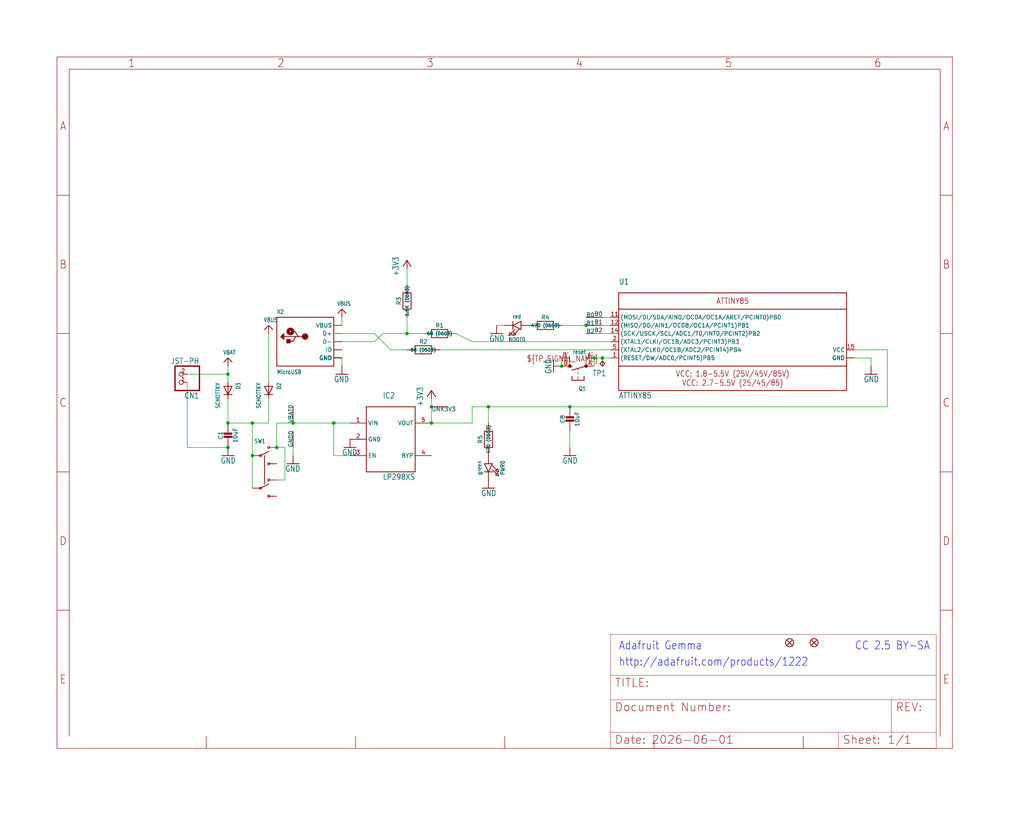
<source format=kicad_sch>
(kicad_sch (version 20230121) (generator eeschema)
  (paper "User" 319.507 254.127)
  (lib_symbols
    (symbol "working-eagle-import:+3V3" (power)
      (property "Value" "+3V3" (at -2.54 -5.08 90))
      (symbol "+3V3_1_0"
        (polyline (pts (xy 0 0) (xy -1.27 -1.905)) (stroke (width 0.254)))
        (polyline (pts (xy 1.27 -1.905) (xy 0 0)) (stroke (width 0.254)))
        (pin power_in line (at 0 -2.54 90) (length 2.54) (name "+3V3") (number "1"))
      )
    )
    (symbol "working-eagle-import:ATTINY85"
      (property "Reference" "U" (at -35.56 17.78 0))
      (symbol "ATTINY85_1_0"
        (polyline (pts (xy -35.56 -15.24) (xy 35.56 -15.24)) (stroke (width 0.254)))
        (polyline (pts (xy -35.56 -7.62) (xy -35.56 -15.24)) (stroke (width 0.254)))
        (polyline (pts (xy -35.56 -7.62) (xy -35.56 10.16)) (stroke (width 0.254)))
        (polyline (pts (xy -35.56 10.16) (xy -35.56 15.24)) (stroke (width 0.254)))
        (polyline (pts (xy -35.56 10.16) (xy 35.56 10.16)) (stroke (width 0.254)))
        (polyline (pts (xy -35.56 15.24) (xy 35.56 15.24)) (stroke (width 0.254)))
        (polyline (pts (xy 35.56 -15.24) (xy 35.56 -7.62)) (stroke (width 0.254)))
        (polyline (pts (xy 35.56 -7.62) (xy -35.56 -7.62)) (stroke (width 0.254)))
        (polyline (pts (xy 35.56 10.16) (xy 35.56 -7.62)) (stroke (width 0.254)))
        (polyline (pts (xy 35.56 15.24) (xy 35.56 10.16)) (stroke (width 0.254)))
        (text "ATTINY85" (at 0 12.7 0) (effects (font (size 1.778 1.5113))))
        (text "VCC: 1.8-5.5V (25V/45V/85V)\nVCC: 2.7-5.5V (25/45/85)" (at 0 -11.43 0) (effects (font (size 1.778 1.5113))))
        (pin bidirectional line (at -38.1 -5.08 0) (length 2.54) (name "(RESET/DW/ADC0/PCINT5)PB5") (number "1"))
        (pin bidirectional line (at -38.1 7.62 0) (length 2.54) (name "(MOSI/DI/SDA/AIN0/OC0A/OC1A/AREF/PCINT0)PB0") (number "11"))
        (pin bidirectional line (at -38.1 5.08 0) (length 2.54) (name "(MISO/DO/AIN1/OC0B/OC1A/PCINT1)PB1") (number "12"))
        (pin bidirectional line (at -38.1 2.54 0) (length 2.54) (name "(SCK/USCK/SCL/ADC1/T0/INT0/PCINT2)PB2") (number "14"))
        (pin power_in line (at 38.1 -2.54 180) (length 2.54) (name "VCC") (number "15"))
        (pin bidirectional line (at -38.1 0 0) (length 2.54) (name "(XTAL1/CLKI/OC1B/ADC3/PCINT3)PB3") (number "2"))
        (pin bidirectional line (at -38.1 -2.54 0) (length 2.54) (name "(XTAL2/CLK0/OC1B/ADC2/PCINT4)PB4") (number "5"))
        (pin power_in line (at 38.1 -5.08 180) (length 2.54) (name "GND") (number "8"))
        (pin power_in line (at 38.1 -5.08 180) (length 2.54) (name "GND") (number "THERMAL"))
      )
    )
    (symbol "working-eagle-import:CAP_CERAMIC0805-NOOUTLINE"
      (property "Reference" "C" (at -2.29 1.25 90))
      (symbol "CAP_CERAMIC0805-NOOUTLINE_1_0"
        (rectangle (start -1.27 0.508) (end 1.27 1.016) (fill (type outline)))
        (rectangle (start -1.27 1.524) (end 1.27 2.032) (fill (type outline)))
        (polyline (pts (xy 0 0.762) (xy 0 0)) (stroke (width 0.1524)))
        (polyline (pts (xy 0 2.54) (xy 0 1.778)) (stroke (width 0.1524)))
        (pin passive line (at 0 5.08 270) (length 2.54) (name "1") (number "1"))
        (pin passive line (at 0 -2.54 90) (length 2.54) (name "2") (number "2"))
      )
    )
    (symbol "working-eagle-import:CON_JST_PH_2PIN"
      (property "Reference" "X" (at -6.35 5.715 0))
      (symbol "CON_JST_PH_2PIN_1_0"
        (polyline (pts (xy -6.35 -2.54) (xy 1.27 -2.54)) (stroke (width 0.4064)))
        (polyline (pts (xy -6.35 5.08) (xy -6.35 -2.54)) (stroke (width 0.4064)))
        (polyline (pts (xy 1.27 -2.54) (xy 1.27 5.08)) (stroke (width 0.4064)))
        (polyline (pts (xy 1.27 5.08) (xy -6.35 5.08)) (stroke (width 0.4064)))
        (pin passive inverted (at -2.54 2.54 0) (length 2.54) (name "1") (number "1"))
        (pin passive inverted (at -2.54 0 0) (length 2.54) (name "2") (number "2"))
      )
    )
    (symbol "working-eagle-import:DIODE_SOD-123FL"
      (property "Reference" "D" (at -2.54 2.54 0))
      (symbol "DIODE_SOD-123FL_1_0"
        (polyline (pts (xy -1.27 -1.27) (xy 1.27 0)) (stroke (width 0.254)))
        (polyline (pts (xy -1.27 1.27) (xy -1.27 -1.27)) (stroke (width 0.254)))
        (polyline (pts (xy 1.27 0) (xy -1.27 1.27)) (stroke (width 0.254)))
        (polyline (pts (xy 1.27 0) (xy 1.27 -1.27)) (stroke (width 0.254)))
        (polyline (pts (xy 1.27 1.27) (xy 1.27 0)) (stroke (width 0.254)))
        (pin passive line (at -2.54 0 0) (length 2.54) (name "A") (number "A"))
        (pin passive line (at 2.54 0 180) (length 2.54) (name "C") (number "C"))
      )
    )
    (symbol "working-eagle-import:FIDUCIAL{dblquote}{dblquote}"
      (symbol "FIDUCIAL{dblquote}{dblquote}_1_0"
        (polyline (pts (xy -0.762 0.762) (xy 0.762 -0.762)) (stroke (width 0.254)))
        (polyline (pts (xy 0.762 0.762) (xy -0.762 -0.762)) (stroke (width 0.254)))
        (circle (center 0 0) (radius 1.27) (stroke (width 0.254)))
      )
    )
    (symbol "working-eagle-import:FRAME_A_L"
      (symbol "FRAME_A_L_1_0"
        (polyline (pts (xy 0 43.18) (xy 3.81 43.18)))
        (polyline (pts (xy 0 86.36) (xy 3.81 86.36)))
        (polyline (pts (xy 0 129.54) (xy 3.81 129.54)))
        (polyline (pts (xy 0 172.72) (xy 3.81 172.72)))
        (polyline (pts (xy 3.81 3.81) (xy 3.81 212.09)))
        (polyline (pts (xy 46.5667 0) (xy 46.5667 3.81)))
        (polyline (pts (xy 93.1333 0) (xy 93.1333 3.81)))
        (polyline (pts (xy 139.7 0) (xy 139.7 3.81)))
        (polyline (pts (xy 186.2667 0) (xy 186.2667 3.81)))
        (polyline (pts (xy 232.8333 0) (xy 232.8333 3.81)))
        (polyline (pts (xy 275.59 3.81) (xy 275.59 212.09)))
        (polyline (pts (xy 275.59 43.18) (xy 279.4 43.18)))
        (polyline (pts (xy 275.59 86.36) (xy 279.4 86.36)))
        (polyline (pts (xy 275.59 129.54) (xy 279.4 129.54)))
        (polyline (pts (xy 275.59 172.72) (xy 279.4 172.72)))
        (polyline (pts (xy 275.59 212.09) (xy 3.81 212.09)))
        (polyline (pts (xy 0 0) (xy 279.4 0) (xy 279.4 215.9) (xy 0 215.9) (xy 0 0)))
        (text "1" (at 23.2833 213.995 0) (effects (font (size 2.54 2.286))))
        (text "2" (at 69.85 213.995 0) (effects (font (size 2.54 2.286))))
        (text "3" (at 116.4167 213.995 0) (effects (font (size 2.54 2.286))))
        (text "4" (at 162.9833 213.995 0) (effects (font (size 2.54 2.286))))
        (text "5" (at 209.55 213.995 0) (effects (font (size 2.54 2.286))))
        (text "6" (at 256.1167 213.995 0) (effects (font (size 2.54 2.286))))
        (text "A" (at 1.905 194.31 0) (effects (font (size 2.54 2.286))))
        (text "A" (at 277.495 194.31 0) (effects (font (size 2.54 2.286))))
        (text "B" (at 1.905 151.13 0) (effects (font (size 2.54 2.286))))
        (text "B" (at 277.495 151.13 0) (effects (font (size 2.54 2.286))))
        (text "C" (at 1.905 107.95 0) (effects (font (size 2.54 2.286))))
        (text "C" (at 277.495 107.95 0) (effects (font (size 2.54 2.286))))
        (text "D" (at 1.905 64.77 0) (effects (font (size 2.54 2.286))))
        (text "D" (at 277.495 64.77 0) (effects (font (size 2.54 2.286))))
        (text "E" (at 1.905 21.59 0) (effects (font (size 2.54 2.286))))
        (text "E" (at 277.495 21.59 0) (effects (font (size 2.54 2.286))))
      )
      (symbol "FRAME_A_L_2_0"
        (polyline (pts (xy 0 0) (xy 0 5.08)) (stroke (width 0.1016)))
        (polyline (pts (xy 0 0) (xy 71.12 0)) (stroke (width 0.1016)))
        (polyline (pts (xy 0 5.08) (xy 0 15.24)) (stroke (width 0.1016)))
        (polyline (pts (xy 0 5.08) (xy 71.12 5.08)) (stroke (width 0.1016)))
        (polyline (pts (xy 0 15.24) (xy 0 22.86)) (stroke (width 0.1016)))
        (polyline (pts (xy 0 22.86) (xy 0 35.56)) (stroke (width 0.1016)))
        (polyline (pts (xy 0 22.86) (xy 101.6 22.86)) (stroke (width 0.1016)))
        (polyline (pts (xy 71.12 0) (xy 101.6 0)) (stroke (width 0.1016)))
        (polyline (pts (xy 71.12 5.08) (xy 71.12 0)) (stroke (width 0.1016)))
        (polyline (pts (xy 71.12 5.08) (xy 87.63 5.08)) (stroke (width 0.1016)))
        (polyline (pts (xy 87.63 5.08) (xy 101.6 5.08)) (stroke (width 0.1016)))
        (polyline (pts (xy 87.63 15.24) (xy 0 15.24)) (stroke (width 0.1016)))
        (polyline (pts (xy 87.63 15.24) (xy 87.63 5.08)) (stroke (width 0.1016)))
        (polyline (pts (xy 101.6 5.08) (xy 101.6 0)) (stroke (width 0.1016)))
        (polyline (pts (xy 101.6 15.24) (xy 87.63 15.24)) (stroke (width 0.1016)))
        (polyline (pts (xy 101.6 15.24) (xy 101.6 5.08)) (stroke (width 0.1016)))
        (polyline (pts (xy 101.6 22.86) (xy 101.6 15.24)) (stroke (width 0.1016)))
        (polyline (pts (xy 101.6 35.56) (xy 0 35.56)) (stroke (width 0.1016)))
        (polyline (pts (xy 101.6 35.56) (xy 101.6 22.86)) (stroke (width 0.1016)))
        (text "${#}/${##}" (at 86.36 1.27 0) (effects (font (size 2.54 2.54)) (justify left bottom)))
        (text "${CURRENT_DATE}" (at 12.7 1.27 0) (effects (font (size 2.54 2.54)) (justify left bottom)))
        (text "${PROJECTNAME}" (at 17.78 19.05 0) (effects (font (size 2.54 2.54)) (justify left bottom)))
        (text "Date:" (at 1.27 1.27 0) (effects (font (size 2.54 2.54)) (justify left bottom)))
        (text "Document Number:" (at 1.27 11.43 0) (effects (font (size 2.54 2.54)) (justify left bottom)))
        (text "REV:" (at 88.9 11.43 0) (effects (font (size 2.54 2.54)) (justify left bottom)))
        (text "Sheet:" (at 72.39 1.27 0) (effects (font (size 2.54 2.54)) (justify left bottom)))
        (text "TITLE:" (at 1.27 19.05 0) (effects (font (size 2.54 2.54)) (justify left bottom)))
      )
    )
    (symbol "working-eagle-import:GND" (power)
      (property "Value" "GND" (at -2.54 -2.54 0))
      (symbol "GND_1_0"
        (polyline (pts (xy -1.905 0) (xy 1.905 0)) (stroke (width 0.254)))
        (pin power_in line (at 0 2.54 270) (length 2.54) (name "GND") (number "1"))
      )
    )
    (symbol "working-eagle-import:LED0805_NOOUTLINE"
      (property "Reference" "D" (at -1.27 4.445 0))
      (symbol "LED0805_NOOUTLINE_1_0"
        (polyline (pts (xy -2.54 -1.27) (xy 0 0)) (stroke (width 0.254)))
        (polyline (pts (xy -2.54 1.27) (xy -2.54 -1.27)) (stroke (width 0.254)))
        (polyline (pts (xy -1.905 1.27) (xy -0.635 2.54)) (stroke (width 0.254)))
        (polyline (pts (xy -0.9525 2.8575) (xy -0.3175 2.2225)) (stroke (width 0.254)))
        (polyline (pts (xy -0.635 1.27) (xy 0.635 2.54)) (stroke (width 0.254)))
        (polyline (pts (xy -0.3175 2.2225) (xy 0 3.175)) (stroke (width 0.254)))
        (polyline (pts (xy 0 0) (xy -2.54 1.27)) (stroke (width 0.254)))
        (polyline (pts (xy 0 0) (xy 0 -1.27)) (stroke (width 0.254)))
        (polyline (pts (xy 0 1.27) (xy 0 0)) (stroke (width 0.254)))
        (polyline (pts (xy 0 3.175) (xy -0.9525 2.8575)) (stroke (width 0.254)))
        (polyline (pts (xy 0.3175 2.8575) (xy 0.9525 2.2225)) (stroke (width 0.254)))
        (polyline (pts (xy 0.9525 2.2225) (xy 1.27 3.175)) (stroke (width 0.254)))
        (polyline (pts (xy 1.27 3.175) (xy 0.3175 2.8575)) (stroke (width 0.254)))
        (pin passive line (at -5.08 0 0) (length 2.54) (name "A") (number "A"))
        (pin passive line (at 2.54 0 180) (length 2.54) (name "C") (number "C"))
      )
    )
    (symbol "working-eagle-import:LP298XS"
      (property "Reference" "IC" (at -12.7 -5.08 90))
      (symbol "LP298XS_1_0"
        (polyline (pts (xy -10.16 -10.16) (xy 10.16 -10.16)) (stroke (width 0.254)))
        (polyline (pts (xy -10.16 5.08) (xy -10.16 -10.16)) (stroke (width 0.254)))
        (polyline (pts (xy 10.16 -10.16) (xy 10.16 5.08)) (stroke (width 0.254)))
        (polyline (pts (xy 10.16 5.08) (xy -10.16 5.08)) (stroke (width 0.254)))
        (pin bidirectional line (at -5.08 -15.24 90) (length 5.08) (name "VIN") (number "1"))
        (pin bidirectional line (at 0 -15.24 90) (length 5.08) (name "GND") (number "2"))
        (pin bidirectional line (at 5.08 -15.24 90) (length 5.08) (name "EN") (number "3"))
        (pin bidirectional line (at 5.08 10.16 270) (length 5.08) (name "BYP") (number "4"))
        (pin bidirectional line (at -5.08 10.16 270) (length 5.08) (name "VOUT") (number "5"))
      )
    )
    (symbol "working-eagle-import:RESISTOR_0603_NOOUT"
      (property "Reference" "R" (at 0 2.54 0))
      (symbol "RESISTOR_0603_NOOUT_1_0"
        (polyline (pts (xy -2.54 -1.27) (xy -2.54 1.27)) (stroke (width 0.254)))
        (polyline (pts (xy -2.54 1.27) (xy 2.54 1.27)) (stroke (width 0.254)))
        (polyline (pts (xy 2.54 -1.27) (xy -2.54 -1.27)) (stroke (width 0.254)))
        (polyline (pts (xy 2.54 1.27) (xy 2.54 -1.27)) (stroke (width 0.254)))
        (pin passive line (at -5.08 0 0) (length 2.54) (name "1") (number "1"))
        (pin passive line (at 5.08 0 180) (length 2.54) (name "2") (number "2"))
      )
    )
    (symbol "working-eagle-import:SEWTAP-2.0IN"
      (property "Reference" "TP" (at 0 0 0))
      (symbol "SEWTAP-2.0IN_1_0"
        (pin bidirectional line (at 0 0 0) (length 5.08) (name "SEW") (number "P$1"))
      )
    )
    (symbol "working-eagle-import:SWITCH_DPDTEG1390"
      (property "Reference" "SW" (at -4.445 8.89 0))
      (symbol "SWITCH_DPDTEG1390_1_0"
        (circle (center -2.54 -5.08) (radius 0.3592) (stroke (width 0.2032)))
        (circle (center -2.54 5.08) (radius 0.3592) (stroke (width 0.2032)))
        (circle (center 0 -7.62) (radius 0.3592) (stroke (width 0.2032)))
        (circle (center 0 -2.54) (radius 0.3592) (stroke (width 0.2032)))
        (polyline (pts (xy -2.54 -5.08) (xy 0 -3.81)) (stroke (width 0.254)))
        (polyline (pts (xy -2.54 5.08) (xy 0 6.35)) (stroke (width 0.254)))
        (polyline (pts (xy -1.27 5.08) (xy -1.27 -3.81)) (stroke (width 0.254)))
        (polyline (pts (xy 0 -7.62) (xy 0.635 -7.62)) (stroke (width 0.127)))
        (polyline (pts (xy 0 -2.54) (xy 0.635 -2.54)) (stroke (width 0.1524)))
        (polyline (pts (xy 0 2.54) (xy 0.635 2.54)) (stroke (width 0.127)))
        (polyline (pts (xy 0 7.62) (xy 0.635 7.62)) (stroke (width 0.1524)))
        (circle (center 0 2.54) (radius 0.3592) (stroke (width 0.2032)))
        (circle (center 0 7.62) (radius 0.3592) (stroke (width 0.2032)))
        (pin passive line (at 2.54 7.62 180) (length 2.54) (name "O1") (number "O1"))
        (pin passive line (at 2.54 -2.54 180) (length 2.54) (name "O2") (number "O2"))
        (pin passive line (at -5.08 5.08 0) (length 2.54) (name "P1") (number "P1"))
        (pin passive line (at -5.08 -5.08 0) (length 2.54) (name "P2") (number "P2"))
        (pin passive line (at 2.54 2.54 180) (length 2.54) (name "S1") (number "S1"))
        (pin passive line (at 2.54 -7.62 180) (length 2.54) (name "S2") (number "S2"))
      )
    )
    (symbol "working-eagle-import:SWITCH_TACT_SMT4.6X2.8"
      (property "Reference" "SW" (at -2.54 6.35 0))
      (symbol "SWITCH_TACT_SMT4.6X2.8_1_0"
        (circle (center -2.54 0) (radius 0.127) (stroke (width 0.4064)))
        (polyline (pts (xy -2.54 -2.54) (xy -2.54 0)) (stroke (width 0.1524)))
        (polyline (pts (xy -2.54 0) (xy 1.905 1.27)) (stroke (width 0.254)))
        (polyline (pts (xy -1.905 4.445) (xy -1.905 3.175)) (stroke (width 0.254)))
        (polyline (pts (xy 0 1.27) (xy 0 0.635)) (stroke (width 0.1524)))
        (polyline (pts (xy 0 2.54) (xy 0 1.905)) (stroke (width 0.1524)))
        (polyline (pts (xy 0 4.445) (xy -1.905 4.445)) (stroke (width 0.254)))
        (polyline (pts (xy 0 4.445) (xy 0 3.175)) (stroke (width 0.1524)))
        (polyline (pts (xy 1.905 0) (xy 2.54 0)) (stroke (width 0.254)))
        (polyline (pts (xy 1.905 4.445) (xy 0 4.445)) (stroke (width 0.254)))
        (polyline (pts (xy 1.905 4.445) (xy 1.905 3.175)) (stroke (width 0.254)))
        (polyline (pts (xy 2.54 -2.54) (xy 2.54 0)) (stroke (width 0.1524)))
        (circle (center 2.54 0) (radius 0.127) (stroke (width 0.4064)))
        (pin passive line (at -5.08 0 0) (length 2.54) (name "P") (number "A"))
        (pin passive line (at -5.08 -2.54 0) (length 2.54) (name "P1") (number "A'"))
        (pin passive line (at 5.08 0 180) (length 2.54) (name "S") (number "B"))
        (pin passive line (at 5.08 -2.54 180) (length 2.54) (name "S1") (number "B'"))
      )
    )
    (symbol "working-eagle-import:TPB2,54"
      (property "Reference" "TP" (at -1.27 1.27 0))
      (symbol "TPB2,54_1_0"
        (polyline (pts (xy -0.762 -0.762) (xy 0 0)) (stroke (width 0.254)))
        (polyline (pts (xy 0 -1.524) (xy -0.762 -0.762)) (stroke (width 0.254)))
        (polyline (pts (xy 0 0) (xy 0.762 -0.762)) (stroke (width 0.254)))
        (polyline (pts (xy 0.762 -0.762) (xy 0 -1.524)) (stroke (width 0.254)))
        (text "${TP_SIGNAL_NAME}" (at 1.27 -1.27 0) (effects (font (size 1.778 1.5113)) (justify left bottom)))
        (pin input line (at 0 -2.54 90) (length 2.54) (name "TP") (number "TP"))
      )
    )
    (symbol "working-eagle-import:USBMICRO_20329"
      (property "Reference" "X" (at -10.16 8.636 0))
      (symbol "USBMICRO_20329_1_0"
        (rectangle (start -7.12 -0.45) (end -5.92 0.75) (fill (type outline)))
        (circle (center -5.92 3.2) (radius 0.2) (stroke (width 1)))
        (circle (center -1.32 1.6) (radius 0.5) (stroke (width 1)))
        (polyline (pts (xy -10.2 7.62) (xy -10.16 7.62)) (stroke (width 0.254)))
        (polyline (pts (xy -10.16 -7.62) (xy 7.62 -7.62)) (stroke (width 0.254)))
        (polyline (pts (xy -10.16 7.62) (xy -10.16 -7.62)) (stroke (width 0.254)))
        (polyline (pts (xy -10.16 7.62) (xy 7.62 7.62)) (stroke (width 0.254)))
        (polyline (pts (xy -8.92 1.6) (xy -8.12 2.4)) (stroke (width 0.254)))
        (polyline (pts (xy -8.52 1.4) (xy -8.32 1.2)) (stroke (width 0.254)))
        (polyline (pts (xy -8.52 1.6) (xy -8.52 1.4)) (stroke (width 0.254)))
        (polyline (pts (xy -8.32 1.2) (xy -8.32 2)) (stroke (width 0.254)))
        (polyline (pts (xy -8.32 2) (xy -8.72 1.6)) (stroke (width 0.254)))
        (polyline (pts (xy -8.12 0.8) (xy -8.92 1.6)) (stroke (width 0.254)))
        (polyline (pts (xy -8.12 1) (xy -8.12 2.4)) (stroke (width 0.254)))
        (polyline (pts (xy -8.12 2.4) (xy -7.92 2.4)) (stroke (width 0.254)))
        (polyline (pts (xy -7.92 0.8) (xy -8.12 0.8)) (stroke (width 0.254)))
        (polyline (pts (xy -7.92 1.6) (xy -7.92 0.8)) (stroke (width 0.254)))
        (polyline (pts (xy -7.92 2.4) (xy -7.92 1.6)) (stroke (width 0.254)))
        (polyline (pts (xy -6.27 0.15) (xy -5.07 0.15)) (stroke (width 0.254)))
        (polyline (pts (xy -5.52 3.2) (xy -4.52 3.2)) (stroke (width 0.254)))
        (polyline (pts (xy -5.07 0.15) (xy -4.22 1.6)) (stroke (width 0.254)))
        (polyline (pts (xy -4.52 3.2) (xy -3.47 1.6)) (stroke (width 0.254)))
        (polyline (pts (xy -4.22 1.6) (xy -7.92 1.6)) (stroke (width 0.254)))
        (polyline (pts (xy -3.47 1.6) (xy -4.22 1.6)) (stroke (width 0.254)))
        (polyline (pts (xy -1.32 1.6) (xy -3.47 1.6)) (stroke (width 0.254)))
        (polyline (pts (xy 7.62 7.62) (xy 7.62 -7.62)) (stroke (width 0.254)))
        (pin power_in line (at 10.16 -5.08 180) (length 2.54) (name "GND") (number "BASE@1"))
        (pin power_in line (at 10.16 -5.08 180) (length 2.54) (name "GND") (number "BASE@2"))
        (pin bidirectional line (at 10.16 2.54 180) (length 2.54) (name "D+") (number "D+"))
        (pin bidirectional line (at 10.16 0 180) (length 2.54) (name "D-") (number "D-"))
        (pin power_in line (at 10.16 -5.08 180) (length 2.54) (name "GND") (number "GND"))
        (pin bidirectional line (at 10.16 -2.54 180) (length 2.54) (name "ID") (number "ID"))
        (pin power_in line (at 10.16 -5.08 180) (length 2.54) (name "GND") (number "SPRT@1"))
        (pin power_in line (at 10.16 -5.08 180) (length 2.54) (name "GND") (number "SPRT@2"))
        (pin power_in line (at 10.16 -5.08 180) (length 2.54) (name "GND") (number "SPRT@3"))
        (pin power_in line (at 10.16 -5.08 180) (length 2.54) (name "GND") (number "SPRT@4"))
        (pin power_in line (at 10.16 5.08 180) (length 2.54) (name "VBUS") (number "VBUS"))
      )
    )
    (symbol "working-eagle-import:VBAT" (power)
      (property "Value" "VBAT" (at -1.524 1.016 0))
      (symbol "VBAT_1_0"
        (polyline (pts (xy -1.27 -1.27) (xy 0 0)) (stroke (width 0.254)))
        (polyline (pts (xy 0 0) (xy 1.27 -1.27)) (stroke (width 0.254)))
        (pin power_in line (at 0 -2.54 90) (length 2.54) (name "VBAT") (number "1"))
      )
    )
    (symbol "working-eagle-import:VBUS" (power)
      (property "Value" "VBUS" (at -1.524 1.016 0))
      (symbol "VBUS_1_0"
        (polyline (pts (xy -1.27 -1.27) (xy 0 0)) (stroke (width 0.254)))
        (polyline (pts (xy 0 0) (xy 1.27 -1.27)) (stroke (width 0.254)))
        (pin power_in line (at 0 -2.54 90) (length 2.54) (name "VBUS") (number "1"))
      )
    )
  )
  (junction (at 78.74 142.24))
  (junction (at 71.12 139.7))
  (junction (at 152.4 127))
  (junction (at 71.12 116.84))
  (junction (at 187.96 111.76))
  (junction (at 127 104.14))
  (junction (at 104.14 132.08))
  (junction (at 86.36 139.7))
  (junction (at 71.12 132.08))
  (junction (at 175.26 114.3))
  (junction (at 78.74 132.08))
  (junction (at 177.8 127))
  (junction (at 182.88 101.6))
  (junction (at 91.44 132.08))
  (junction (at 134.62 127))
  (junction (at 134.62 132.08))
  (junction (at 185.42 111.76))
  (wire (pts (xy 127 99.06) (xy 127 104.14)) (stroke (width 0.1524)))
  (wire (pts (xy 106.68 106.68) (xy 116.84 106.68)) (stroke (width 0.1524)))
  (wire (pts (xy 86.36 149.86) (xy 88.9 149.86)) (stroke (width 0.1524)))
  (wire (pts (xy 88.9 149.86) (xy 88.9 139.7)) (stroke (width 0.1524)))
  (wire (pts (xy 152.4 127) (xy 177.8 127)) (stroke (width 0.1524)))
  (wire (pts (xy 127 104.14) (xy 132.08 104.14)) (stroke (width 0.1524)))
  (wire (pts (xy 175.26 111.76) (xy 175.26 114.3)) (stroke (width 0.1524)))
  (wire (pts (xy 177.8 127) (xy 276.86 127)) (stroke (width 0.1524)))
  (wire (pts (xy 106.68 104.14) (xy 116.84 104.14)) (stroke (width 0.1524)))
  (wire (pts (xy 104.14 142.24) (xy 104.14 132.08)) (stroke (width 0.1524)))
  (wire (pts (xy 116.84 104.14) (xy 121.92 109.22)) (stroke (width 0.1524)))
  (wire (pts (xy 271.78 111.76) (xy 271.78 114.3)) (stroke (width 0.1524)))
  (wire (pts (xy 71.12 114.3) (xy 71.12 116.84)) (stroke (width 0.1524)))
  (wire (pts (xy 58.42 139.7) (xy 71.12 139.7)) (stroke (width 0.1524)))
  (wire (pts (xy 190.5 106.68) (xy 147.32 106.68)) (stroke (width 0.1524)))
  (wire (pts (xy 78.74 132.08) (xy 78.74 142.24)) (stroke (width 0.1524)))
  (wire (pts (xy 147.32 132.08) (xy 147.32 127)) (stroke (width 0.1524)))
  (wire (pts (xy 154.94 101.6) (xy 157.48 101.6)) (stroke (width 0.1524)))
  (wire (pts (xy 276.86 109.22) (xy 266.7 109.22)) (stroke (width 0.1524)))
  (wire (pts (xy 78.74 132.08) (xy 71.12 132.08)) (stroke (width 0.1524)))
  (wire (pts (xy 142.24 104.14) (xy 147.32 106.68)) (stroke (width 0.1524)))
  (wire (pts (xy 106.68 101.6) (xy 106.68 99.06)) (stroke (width 0.1524)))
  (wire (pts (xy 185.42 111.76) (xy 187.96 111.76)) (stroke (width 0.1524)))
  (wire (pts (xy 86.36 132.08) (xy 91.44 132.08)) (stroke (width 0.1524)))
  (wire (pts (xy 185.42 111.76) (xy 185.42 114.3)) (stroke (width 0.1524)))
  (wire (pts (xy 71.12 116.84) (xy 71.12 119.38)) (stroke (width 0.1524)))
  (wire (pts (xy 86.36 139.7) (xy 86.36 132.08)) (stroke (width 0.1524)))
  (wire (pts (xy 78.74 142.24) (xy 78.74 152.4)) (stroke (width 0.1524)))
  (wire (pts (xy 182.88 104.14) (xy 190.5 104.14)) (stroke (width 0.1524)))
  (wire (pts (xy 121.92 109.22) (xy 127 109.22)) (stroke (width 0.1524)))
  (wire (pts (xy 266.7 111.76) (xy 271.78 111.76)) (stroke (width 0.1524)))
  (wire (pts (xy 175.26 101.6) (xy 182.88 101.6)) (stroke (width 0.1524)))
  (wire (pts (xy 134.62 127) (xy 134.62 132.08)) (stroke (width 0.1524)))
  (wire (pts (xy 177.8 139.7) (xy 177.8 134.62)) (stroke (width 0.1524)))
  (wire (pts (xy 91.44 132.08) (xy 104.14 132.08)) (stroke (width 0.1524)))
  (wire (pts (xy 106.68 111.76) (xy 106.68 114.3)) (stroke (width 0.1524)))
  (wire (pts (xy 83.82 124.46) (xy 83.82 132.08)) (stroke (width 0.1524)))
  (wire (pts (xy 71.12 132.08) (xy 71.12 124.46)) (stroke (width 0.1524)))
  (wire (pts (xy 83.82 119.38) (xy 83.82 104.14)) (stroke (width 0.1524)))
  (wire (pts (xy 58.42 116.84) (xy 71.12 116.84)) (stroke (width 0.1524)))
  (wire (pts (xy 134.62 124.46) (xy 134.62 127)) (stroke (width 0.1524)))
  (wire (pts (xy 152.4 127) (xy 152.4 132.08)) (stroke (width 0.1524)))
  (wire (pts (xy 116.84 106.68) (xy 119.38 104.14)) (stroke (width 0.1524)))
  (wire (pts (xy 137.16 109.22) (xy 190.5 109.22)) (stroke (width 0.1524)))
  (wire (pts (xy 119.38 104.14) (xy 127 104.14)) (stroke (width 0.1524)))
  (wire (pts (xy 83.82 132.08) (xy 78.74 132.08)) (stroke (width 0.1524)))
  (wire (pts (xy 276.86 127) (xy 276.86 109.22)) (stroke (width 0.1524)))
  (wire (pts (xy 104.14 132.08) (xy 109.22 132.08)) (stroke (width 0.1524)))
  (wire (pts (xy 187.96 111.76) (xy 190.5 111.76)) (stroke (width 0.1524)))
  (wire (pts (xy 134.62 132.08) (xy 147.32 132.08)) (stroke (width 0.1524)))
  (wire (pts (xy 58.42 119.38) (xy 58.42 139.7)) (stroke (width 0.1524)))
  (wire (pts (xy 91.44 142.24) (xy 91.44 139.7)) (stroke (width 0.1524)))
  (wire (pts (xy 88.9 139.7) (xy 86.36 139.7)) (stroke (width 0.1524)))
  (wire (pts (xy 182.88 101.6) (xy 190.5 101.6)) (stroke (width 0.1524)))
  (wire (pts (xy 127 88.9) (xy 127 83.82)) (stroke (width 0.1524)))
  (wire (pts (xy 147.32 127) (xy 152.4 127)) (stroke (width 0.1524)))
  (wire (pts (xy 109.22 142.24) (xy 104.14 142.24)) (stroke (width 0.1524)))
  (wire (pts (xy 182.88 99.06) (xy 190.5 99.06)) (stroke (width 0.1524)))
  (text "Adafruit Gemma" (at 193.04 203.2 0) (effects (font (size 2.54 2.159)) (justify left bottom)))
  (text "http://adafruit.com/products/1222" (at 193.04 208.28 0) (effects (font (size 2.54 2.159)) (justify left bottom)))
  (text "CC 2.5 BY-SA" (at 266.7 203.2 0) (effects (font (size 2.54 2.159)) (justify left bottom)))
  (label "B1" (at 185.42 101.6 0) (effects (font (size 1.2446 1.2446))))
  (label "B2" (at 185.42 104.14 0) (effects (font (size 1.2446 1.2446))))
  (label "B0" (at 185.42 99.06 0) (effects (font (size 1.2446 1.2446))))
  (symbol (lib_id "working-eagle-import:DIODE_SOD-123FL") (at 83.82 121.92 270) (unit 1)
    (property "Reference" "D2" (at 86.36 119.38 0) (effects (font (size 1.27 1.0795)) (justify left bottom)))
    (property "Value" "SCHOTTKY" (at 80.01 119.38 0) (effects (font (size 1.27 1.0795)) (justify left bottom)))
    (property "Footprint" "working:SOD-123FL" (effects hide))
  )
  (symbol (lib_id "working-eagle-import:FIDUCIAL{dblquote}{dblquote}") (at 246.38 200.66 0) (unit 1)
    (property "Reference" "U$6" (effects hide))
    (property "Value" "FIDUCIAL{dblquote}{dblquote}" (effects hide))
    (property "Footprint" "working:FIDUCIAL_1MM" (effects hide))
  )
  (symbol (lib_id "working-eagle-import:FRAME_A_L") (at 190.5 233.68 0) (unit 2)
    (property "Reference" "#FRAME1" (effects hide))
    (property "Value" "FRAME_A_L" (effects hide))
  )
  (symbol (lib_id "working-eagle-import:RESISTOR_0603_NOOUT") (at 152.4 137.16 90) (unit 1)
    (property "Reference" "R5" (at 149.86 137.16 0))
    (property "Value" "470 (0603)" (at 152.4 137.16 0) (effects (font (size 1.016 1.016) bold)))
    (property "Footprint" "working:0603-NO" (effects hide))
  )
  (symbol (lib_id "working-eagle-import:GND") (at 71.12 142.24 0) (mirror y) (unit 1)
    (property "Reference" "#GND3" (effects hide))
    (property "Value" "GND" (at 73.66 144.78 0) (effects (font (size 1.778 1.5113)) (justify left bottom)))
  )
  (symbol (lib_id "working-eagle-import:CAP_CERAMIC0805-NOOUTLINE") (at 177.8 132.08 0) (unit 1)
    (property "Reference" "C8" (at 175.51 130.83 90))
    (property "Value" "10uF" (at 180.1 130.83 90))
    (property "Footprint" "working:0805-NO" (effects hide))
  )
  (symbol (lib_id "working-eagle-import:+3V3") (at 127 81.28 0) (unit 1)
    (property "Reference" "#+3V1" (effects hide))
    (property "Value" "+3V3" (at 124.46 86.36 90) (effects (font (size 1.778 1.5113)) (justify left bottom)))
  )
  (symbol (lib_id "working-eagle-import:GND") (at 172.72 114.3 270) (mirror x) (unit 1)
    (property "Reference" "#GND5" (effects hide))
    (property "Value" "GND" (at 170.18 116.84 0) (effects (font (size 1.778 1.5113)) (justify left bottom)))
  )
  (symbol (lib_id "working-eagle-import:SEWTAP-2.0IN") (at 134.62 127 0) (mirror x) (unit 1)
    (property "Reference" "UNK3V3" (at 134.62 127 0) (effects (justify left bottom)))
    (property "Value" "SEWTAP-2.0IN" (effects hide))
    (property "Footprint" "working:SEWINGTAP_2.0" (effects hide))
  )
  (symbol (lib_id "working-eagle-import:GND") (at 152.4 152.4 0) (mirror y) (unit 1)
    (property "Reference" "#GND4" (effects hide))
    (property "Value" "GND" (at 154.94 154.94 0) (effects (font (size 1.778 1.5113)) (justify left bottom)))
  )
  (symbol (lib_id "working-eagle-import:GND") (at 106.68 116.84 0) (unit 1)
    (property "Reference" "#GND1" (effects hide))
    (property "Value" "GND" (at 104.14 119.38 0) (effects (font (size 1.778 1.5113)) (justify left bottom)))
  )
  (symbol (lib_id "working-eagle-import:USBMICRO_20329") (at 96.52 106.68 0) (unit 1)
    (property "Reference" "X2" (at 86.36 98.044 0) (effects (font (size 1.27 1.0795)) (justify left bottom)))
    (property "Value" "MicroUSB" (at 86.36 116.84 0) (effects (font (size 1.27 1.0795)) (justify left bottom)))
    (property "Footprint" "working:4UCONN_20329" (effects hide))
  )
  (symbol (lib_id "working-eagle-import:GND") (at 177.8 142.24 0) (mirror y) (unit 1)
    (property "Reference" "#GND12" (effects hide))
    (property "Value" "GND" (at 180.34 144.78 0) (effects (font (size 1.778 1.5113)) (justify left bottom)))
  )
  (symbol (lib_id "working-eagle-import:RESISTOR_0603_NOOUT") (at 137.16 104.14 0) (unit 1)
    (property "Reference" "R1" (at 137.16 101.6 0))
    (property "Value" "68 (0603)" (at 137.16 104.14 0) (effects (font (size 1.016 1.016) bold)))
    (property "Footprint" "working:0603-NO" (effects hide))
  )
  (symbol (lib_id "working-eagle-import:SEWTAP-2.0IN") (at 182.88 104.14 0) (unit 1)
    (property "Reference" "B2" (at 182.88 104.14 0) (effects (justify left bottom)))
    (property "Value" "SEWTAP-2.0IN" (effects hide))
    (property "Footprint" "working:SEWINGTAP_2.0" (effects hide))
  )
  (symbol (lib_id "working-eagle-import:RESISTOR_0603_NOOUT") (at 170.18 101.6 0) (unit 1)
    (property "Reference" "R4" (at 170.18 99.06 0))
    (property "Value" "470 (0603)" (at 170.18 101.6 0) (effects (font (size 1.016 1.016) bold)))
    (property "Footprint" "working:0603-NO" (effects hide))
  )
  (symbol (lib_id "working-eagle-import:VBUS") (at 83.82 101.6 0) (unit 1)
    (property "Reference" "#U$3" (effects hide))
    (property "Value" "VBUS" (at 82.296 100.584 0) (effects (font (size 1.27 1.0795)) (justify left bottom)))
  )
  (symbol (lib_id "working-eagle-import:TPB2,54") (at 187.96 114.3 180) (unit 1)
    (property "Reference" "TP1" (at 189.23 115.57 0) (effects (font (size 1.778 1.5113)) (justify left bottom)))
    (property "Value" "TPB2,54" (effects hide))
    (property "Footprint" "working:B2,54" (effects hide))
  )
  (symbol (lib_id "working-eagle-import:SWITCH_TACT_SMT4.6X2.8") (at 180.34 114.3 180) (unit 1)
    (property "Reference" "Q1" (at 182.88 120.65 0) (effects (font (size 1.27 1.0795)) (justify left bottom)))
    (property "Value" "reset" (at 182.88 109.22 0) (effects (font (size 1.27 1.0795)) (justify left bottom)))
    (property "Footprint" "working:BTN_KMR2_4.6X2.8" (effects hide))
  )
  (symbol (lib_id "working-eagle-import:SEWTAP-2.0IN") (at 182.88 101.6 0) (unit 1)
    (property "Reference" "B1" (at 182.88 101.6 0) (effects (justify left bottom)))
    (property "Value" "SEWTAP-2.0IN" (effects hide))
    (property "Footprint" "working:SEWINGTAP_2.0" (effects hide))
  )
  (symbol (lib_id "working-eagle-import:SWITCH_DPDTEG1390") (at 83.82 147.32 0) (unit 1)
    (property "Reference" "SW1" (at 79.375 138.43 0) (effects (font (size 1.27 1.0795)) (justify left bottom)))
    (property "Value" "SWITCH_DPDTEG1390" (effects hide))
    (property "Footprint" "working:EG1390" (effects hide))
  )
  (symbol (lib_id "working-eagle-import:CAP_CERAMIC0805-NOOUTLINE") (at 71.12 137.16 0) (unit 1)
    (property "Reference" "C1" (at 68.83 135.91 90))
    (property "Value" "10uF" (at 73.42 135.91 90))
    (property "Footprint" "working:0805-NO" (effects hide))
  )
  (symbol (lib_id "working-eagle-import:LP298XS") (at 124.46 137.16 270) (unit 1)
    (property "Reference" "IC2" (at 119.38 124.46 90) (effects (font (size 1.778 1.5113)) (justify left bottom)))
    (property "Value" "LP298XS" (at 119.38 149.86 90) (effects (font (size 1.778 1.5113)) (justify left bottom)))
    (property "Footprint" "working:SOT23-5L" (effects hide))
  )
  (symbol (lib_id "working-eagle-import:SEWTAP-2.0IN") (at 182.88 99.06 0) (unit 1)
    (property "Reference" "B0" (at 182.88 99.06 0) (effects (justify left bottom)))
    (property "Value" "SEWTAP-2.0IN" (effects hide))
    (property "Footprint" "working:SEWINGTAP_2.0" (effects hide))
  )
  (symbol (lib_id "working-eagle-import:SEWTAP-2.0IN") (at 91.44 139.7 90) (unit 1)
    (property "Reference" "GND0" (at 91.44 139.7 0) (effects (justify left bottom)))
    (property "Value" "SEWTAP-2.0IN" (effects hide))
    (property "Footprint" "working:SEWINGTAP_2.0" (effects hide))
  )
  (symbol (lib_id "working-eagle-import:RESISTOR_0603_NOOUT") (at 132.08 109.22 0) (unit 1)
    (property "Reference" "R2" (at 132.08 106.68 0))
    (property "Value" "68 (0603)" (at 132.08 109.22 0) (effects (font (size 1.016 1.016) bold)))
    (property "Footprint" "working:0603-NO" (effects hide))
  )
  (symbol (lib_id "working-eagle-import:GND") (at 91.44 144.78 0) (unit 1)
    (property "Reference" "#GND2" (effects hide))
    (property "Value" "GND" (at 88.9 147.32 0) (effects (font (size 1.778 1.5113)) (justify left bottom)))
  )
  (symbol (lib_id "working-eagle-import:GND") (at 271.78 116.84 0) (mirror y) (unit 1)
    (property "Reference" "#GND22" (effects hide))
    (property "Value" "GND" (at 274.32 119.38 0) (effects (font (size 1.778 1.5113)) (justify left bottom)))
  )
  (symbol (lib_id "working-eagle-import:CON_JST_PH_2PIN") (at 55.88 116.84 180) (unit 1)
    (property "Reference" "CN1" (at 62.23 122.555 0) (effects (font (size 1.778 1.5113)) (justify left bottom)))
    (property "Value" "JST-PH" (at 62.23 111.76 0) (effects (font (size 1.778 1.5113)) (justify left bottom)))
    (property "Footprint" "working:JSTPH2" (effects hide))
  )
  (symbol (lib_id "working-eagle-import:RESISTOR_0603_NOOUT") (at 127 93.98 90) (unit 1)
    (property "Reference" "R3" (at 124.46 93.98 0))
    (property "Value" "1.5K (0603)" (at 127 93.98 0) (effects (font (size 1.016 1.016) bold)))
    (property "Footprint" "working:0603-NO" (effects hide))
  )
  (symbol (lib_id "working-eagle-import:LED0805_NOOUTLINE") (at 152.4 147.32 270) (unit 1)
    (property "Reference" "PWR0" (at 156.845 146.05 0) (effects (font (size 1.27 1.0795))))
    (property "Value" "green" (at 149.606 146.05 0) (effects (font (size 1.27 1.0795))))
    (property "Footprint" "working:CHIPLED_0805_NOOUTLINE" (effects hide))
  )
  (symbol (lib_id "working-eagle-import:DIODE_SOD-123FL") (at 71.12 121.92 270) (unit 1)
    (property "Reference" "D3" (at 73.66 119.38 0) (effects (font (size 1.27 1.0795)) (justify left bottom)))
    (property "Value" "SCHOTTKY" (at 67.31 119.38 0) (effects (font (size 1.27 1.0795)) (justify left bottom)))
    (property "Footprint" "working:SOD-123FL" (effects hide))
  )
  (symbol (lib_id "working-eagle-import:ATTINY85") (at 228.6 106.68 0) (unit 1)
    (property "Reference" "U1" (at 193.04 88.9 0) (effects (font (size 1.778 1.5113)) (justify left bottom)))
    (property "Value" "ATTINY85" (at 193.04 124.46 0) (effects (font (size 1.778 1.5113)) (justify left bottom)))
    (property "Footprint" "working:MLF20_4X4MM_0.5MM_ATMEL" (effects hide))
  )
  (symbol (lib_id "working-eagle-import:SEWTAP-2.0IN") (at 91.44 132.08 90) (unit 1)
    (property "Reference" "VBAT0" (at 91.44 132.08 0) (effects (justify left bottom)))
    (property "Value" "SEWTAP-2.0IN" (effects hide))
    (property "Footprint" "working:SEWINGTAP_2.0" (effects hide))
  )
  (symbol (lib_id "working-eagle-import:LED0805_NOOUTLINE") (at 160.02 101.6 180) (unit 1)
    (property "Reference" "BOOT0" (at 161.29 106.045 0) (effects (font (size 1.27 1.0795))))
    (property "Value" "red" (at 161.29 98.806 0) (effects (font (size 1.27 1.0795))))
    (property "Footprint" "working:CHIPLED_0805_NOOUTLINE" (effects hide))
  )
  (symbol (lib_id "working-eagle-import:FRAME_A_L") (at 17.78 233.68 0) (unit 1)
    (property "Reference" "#FRAME1" (effects hide))
    (property "Value" "FRAME_A_L" (effects hide))
  )
  (symbol (lib_id "working-eagle-import:FIDUCIAL{dblquote}{dblquote}") (at 254 200.66 0) (unit 1)
    (property "Reference" "U$1" (effects hide))
    (property "Value" "FIDUCIAL{dblquote}{dblquote}" (effects hide))
    (property "Footprint" "working:FIDUCIAL_1MM" (effects hide))
  )
  (symbol (lib_id "working-eagle-import:VBAT") (at 71.12 111.76 0) (unit 1)
    (property "Reference" "#U$4" (effects hide))
    (property "Value" "VBAT" (at 69.596 110.744 0) (effects (font (size 1.27 1.0795)) (justify left bottom)))
  )
  (symbol (lib_id "working-eagle-import:VBUS") (at 106.68 96.52 0) (unit 1)
    (property "Reference" "#U$5" (effects hide))
    (property "Value" "VBUS" (at 105.156 95.504 0) (effects (font (size 1.27 1.0795)) (justify left bottom)))
  )
  (symbol (lib_id "working-eagle-import:GND") (at 109.22 139.7 0) (unit 1)
    (property "Reference" "#GND11" (effects hide))
    (property "Value" "GND" (at 106.68 142.24 0) (effects (font (size 1.778 1.5113)) (justify left bottom)))
  )
  (symbol (lib_id "working-eagle-import:+3V3") (at 134.62 121.92 0) (unit 1)
    (property "Reference" "#+3V3" (effects hide))
    (property "Value" "+3V3" (at 132.08 127 90) (effects (font (size 1.778 1.5113)) (justify left bottom)))
  )
  (symbol (lib_id "working-eagle-import:GND") (at 154.94 104.14 0) (mirror y) (unit 1)
    (property "Reference" "#GND6" (effects hide))
    (property "Value" "GND" (at 157.48 106.68 0) (effects (font (size 1.778 1.5113)) (justify left bottom)))
  )
)
</source>
